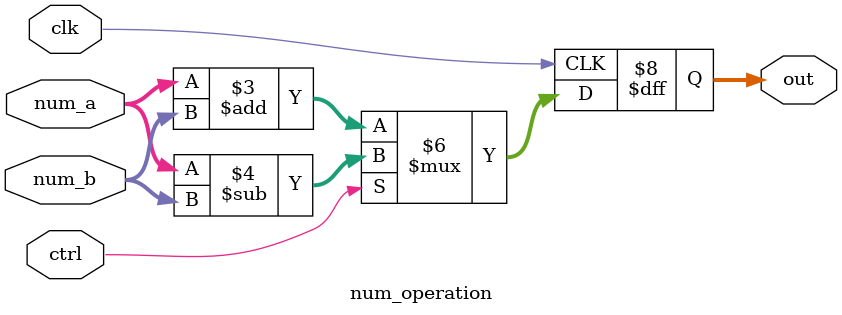
<source format=v>
module num_operation(
input wire clk,
input wire [3:0] num_a,
input wire [3:0] num_b,
input wire ctrl,
output reg [3:0] out
);

always @(posedge clk) begin
	if(ctrl == 0) begin
		out <= num_a + num_b;
	end
	else begin
		out <= num_a - num_b;
	end
end

endmodule
</source>
